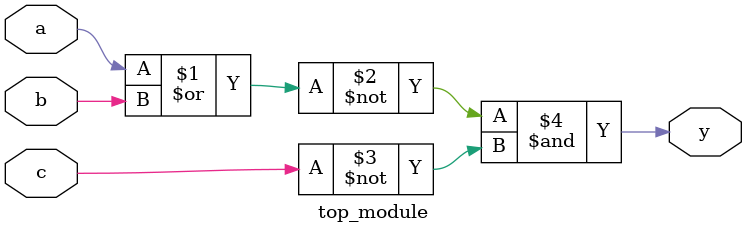
<source format=v>
module top_module(input a, b, c, output y);
    assign y = ~(a | b) & ~c;
endmodule
</source>
